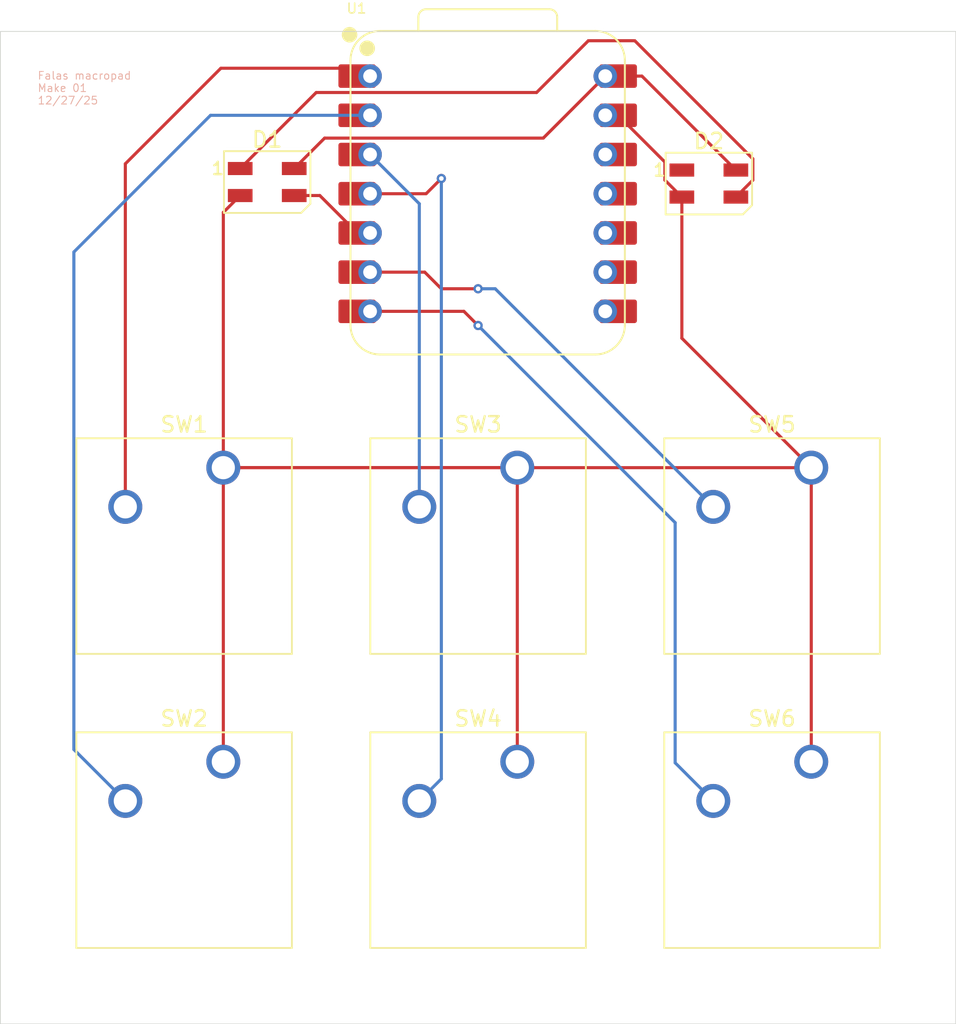
<source format=kicad_pcb>
(kicad_pcb (version 20241229) (generator "pcbnew") (generator_version "9.0")
  (layers (0 "F.Cu" signal) (2 "B.Cu" signal) (13 "F.Paste" user) (15 "B.Paste" user) (5 "F.SilkS" user "F.Silkscreen") (7 "B.SilkS" user "B.Silkscreen") (1 "F.Mask" user) (3 "B.Mask" user) (25 "Edge.Cuts" user))
  (net 0 "")
  (net 1 "Net-(D1-DIN)")
  (net 2 "+5V")
  (net 3 "GND")
  (net 4 "Net-(D1-DOUT)")
  (net 6 "Net-(U1-GPIO26{slash}ADC0{slash}A0)")
  (net 7 "Net-(U1-GPIO27{slash}ADC1{slash}A1)")
  (net 8 "Net-(U1-GPIO28{slash}ADC2{slash}A2)")
  (net 9 "Net-(U1-GPIO29{slash}ADC3{slash}A3)")
  (net 10 "Net-(U1-GPIO7{slash}SCL)")
  (net 11 "Net-(U1-GPIO0{slash}TX)")
  (footprint "LED_SMD:LED_SK6812MINI_PLCC4_3.5x3.5mm_P1.75mm" (layer "F.Cu") (at 153.06764 62.241215)
    (property "Reference" "D2" (at 0 -2.75 0) (layer "F.SilkS"))
    (property "Value" "SK6812MINI")
    (fp_line (start -2.8 -2) (end -2.8 2) (stroke (width 0.12)) (layer "F.SilkS"))
    (fp_line (start -2.8 -2) (end 2.8 -2) (stroke (width 0.12)) (layer "F.SilkS"))
    (fp_line (start -2.8 2) (end 2.2 2) (stroke (width 0.12)) (layer "F.SilkS"))
    (fp_line (start 2.8 1.4) (end 2.2 2) (stroke (width 0.12)) (layer "F.SilkS"))
    (fp_line (start 2.8 1.4) (end 2.8 -2) (stroke (width 0.12)) (layer "F.SilkS"))
    (fp_text user "1" (at -3.2 -0.875 0) (layer "F.SilkS") (effects (font (size 0.8 0.8))))
    (pad "1" smd rect (at -1.75 -0.875) (size 1.6 0.85) (layers "F.Cu" "F.Mask" "F.Paste"))
    (pad "2" smd rect (at -1.75 0.875) (size 1.6 0.85) (layers "F.Cu" "F.Mask" "F.Paste") (net 3 "GND"))
    (pad "3" smd rect (at 1.75 0.875) (size 1.6 0.85) (layers "F.Cu" "F.Mask" "F.Paste") (net 4 "Net-(D1-DOUT)"))
    (pad "4" smd rect (at 1.75 -0.875) (size 1.6 0.85) (layers "F.Cu" "F.Mask" "F.Paste") (net 2 "+5V"))
  )
  (footprint "LED_SMD:LED_SK6812MINI_PLCC4_3.5x3.5mm_P1.75mm" (layer "F.Cu") (at 124.44602 62.141579)
    (property "Reference" "D1" (at 0 -2.75 0) (layer "F.SilkS"))
    (property "Value" "SK6812MINI")
    (fp_line (start -2.8 -2) (end -2.8 2) (stroke (width 0.12)) (layer "F.SilkS"))
    (fp_line (start -2.8 -2) (end 2.8 -2) (stroke (width 0.12)) (layer "F.SilkS"))
    (fp_line (start -2.8 2) (end 2.2 2) (stroke (width 0.12)) (layer "F.SilkS"))
    (fp_line (start 2.8 1.4) (end 2.2 2) (stroke (width 0.12)) (layer "F.SilkS"))
    (fp_line (start 2.8 1.4) (end 2.8 -2) (stroke (width 0.12)) (layer "F.SilkS"))
    (fp_text user "1" (at -3.2 -0.875 0) (layer "F.SilkS") (effects (font (size 0.8 0.8))))
    (pad "1" smd rect (at -1.75 -0.875) (size 1.6 0.85) (layers "F.Cu" "F.Mask" "F.Paste") (net 4 "Net-(D1-DOUT)"))
    (pad "2" smd rect (at -1.75 0.875) (size 1.6 0.85) (layers "F.Cu" "F.Mask" "F.Paste") (net 3 "GND"))
    (pad "3" smd rect (at 1.75 0.875) (size 1.6 0.85) (layers "F.Cu" "F.Mask" "F.Paste") (net 1 "Net-(D1-DIN)"))
    (pad "4" smd rect (at 1.75 -0.875) (size 1.6 0.85) (layers "F.Cu" "F.Mask" "F.Paste") (net 2 "+5V"))
  )
  (footprint "Button_Switch_Keyboard:SW_Cherry_MX_1.00u_PCB" (layer "F.Cu") (at 159.7025 99.695)
    (property "Reference" "SW6" (at -2.54 -2.794 0) (layer "F.SilkS"))
    (property "Value" "SW_Push")
    (fp_line (start -9.525 -1.905) (end 4.445 -1.905) (stroke (width 0.12)) (layer "F.SilkS"))
    (fp_line (start -9.525 12.065) (end -9.525 -1.905) (stroke (width 0.12)) (layer "F.SilkS"))
    (fp_line (start 4.445 -1.905) (end 4.445 12.065) (stroke (width 0.12)) (layer "F.SilkS"))
    (fp_line (start 4.445 12.065) (end -9.525 12.065) (stroke (width 0.12)) (layer "F.SilkS"))
    (pad "" np_thru_hole circle (at -7.62 5.08) (size 1.7 1.7) (drill 1.7) (layers "*.Cu" "*.Mask"))
    (pad "" np_thru_hole circle (at -2.54 5.08) (size 4 4) (drill 4) (layers "*.Cu" "*.Mask"))
    (pad "" np_thru_hole circle (at 2.54 5.08) (size 1.7 1.7) (drill 1.7) (layers "*.Cu" "*.Mask"))
    (pad "1" thru_hole circle (at 0 0) (size 2.2 2.2) (drill 1.5) (layers "*.Cu" "*.Mask") (net 3 "GND"))
    (pad "2" thru_hole circle (at -6.35 2.54) (size 2.2 2.2) (drill 1.5) (layers "*.Cu" "*.Mask") (net 11 "Net-(U1-GPIO0{slash}TX)"))
  )
  (footprint "opl library:XIAO-RP2040-DIP" (layer "F.Cu") (at 138.73352 62.898851)
    (property "Reference" "U1" (at -8.5 -12 0) (layer "F.SilkS") (effects (font (size 0.635 0.635) (thickness 0.1016))))
    (property "Value" "XIAO-RP2040-DIP")
    (fp_line (start -8.89 8.509) (end -8.89 -8.636) (stroke (width 0.127)) (layer "F.SilkS"))
    (fp_line (start -6.985 10.414) (end 6.985 10.414) (stroke (width 0.127)) (layer "F.SilkS"))
    (fp_line (start -4.495 -10.541) (end -4.491272 -11.451272) (stroke (width 0.127)) (layer "F.SilkS"))
    (fp_line (start -3.991272 -11.951) (end 4.004 -11.951) (stroke (width 0.127)) (layer "F.SilkS"))
    (fp_line (start 4.504 -11.451) (end 4.504 -10.541) (stroke (width 0.127)) (layer "F.SilkS"))
    (fp_line (start 6.985 -10.541) (end -6.985 -10.541) (stroke (width 0.1)) (layer "F.SilkS"))
    (fp_line (start 6.985 -10.541) (end -6.985 -10.541) (stroke (width 0.127)) (layer "F.SilkS"))
    (fp_line (start 8.89 8.509) (end 8.89 -8.636) (stroke (width 0.127)) (layer "F.SilkS"))
    (fp_arc (start -8.89 -8.636) (mid -8.332038 -9.983038) (end -6.985 -10.541) (stroke (width 0.127)) (layer "F.SilkS"))
    (fp_arc (start -6.985 10.414) (mid -8.332038 9.856038) (end -8.89 8.509) (stroke (width 0.127)) (layer "F.SilkS"))
    (fp_arc (start -4.491272 -11.451272) (mid -4.344728 -11.80464) (end -3.991272 -11.951) (stroke (width 0.127)) (layer "F.SilkS"))
    (fp_arc (start 4.004 -11.951) (mid 4.357553 -11.804553) (end 4.504 -11.451) (stroke (width 0.127)) (layer "F.SilkS"))
    (fp_arc (start 6.985 -10.541) (mid 8.332038 -9.983038) (end 8.89 -8.636) (stroke (width 0.127)) (layer "F.SilkS"))
    (fp_arc (start 8.89 8.509) (mid 8.332038 9.856038) (end 6.985 10.414) (stroke (width 0.127)) (layer "F.SilkS"))
    (fp_circle (center -8.95 -10.3) (end -8.95 -10.554) (stroke (width 0.5)) (fill yes) (layer "F.SilkS"))
    (fp_circle (center -7.807 -9.42) (end -7.807 -9.674) (stroke (width 0.5)) (fill yes) (layer "F.SilkS"))
    (pad "1" smd roundrect (at -8.455 -7.62 180) (size 2.432 1.524) (layers "F.Cu" "F.Mask") (roundrect_rratio 0.1) (net 6 "Net-(U1-GPIO26{slash}ADC0{slash}A0)"))
    (pad "1" thru_hole circle (at -7.62 -7.62 180) (size 1.524 1.524) (drill 0.889) (layers "*.Cu" "*.Mask") (net 6 "Net-(U1-GPIO26{slash}ADC0{slash}A0)"))
    (pad "2" smd roundrect (at -8.455 -5.08 180) (size 2.432 1.524) (layers "F.Cu" "F.Mask") (roundrect_rratio 0.1) (net 7 "Net-(U1-GPIO27{slash}ADC1{slash}A1)"))
    (pad "2" thru_hole circle (at -7.62 -5.08 180) (size 1.524 1.524) (drill 0.889) (layers "*.Cu" "*.Mask") (net 7 "Net-(U1-GPIO27{slash}ADC1{slash}A1)"))
    (pad "3" smd roundrect (at -8.455 -2.54 180) (size 2.432 1.524) (layers "F.Cu" "F.Mask") (roundrect_rratio 0.1) (net 8 "Net-(U1-GPIO28{slash}ADC2{slash}A2)"))
    (pad "3" thru_hole circle (at -7.62 -2.54 180) (size 1.524 1.524) (drill 0.889) (layers "*.Cu" "*.Mask") (net 8 "Net-(U1-GPIO28{slash}ADC2{slash}A2)"))
    (pad "4" smd roundrect (at -8.455 0 180) (size 2.432 1.524) (layers "F.Cu" "F.Mask") (roundrect_rratio 0.1) (net 9 "Net-(U1-GPIO29{slash}ADC3{slash}A3)"))
    (pad "4" thru_hole circle (at -7.62 0 180) (size 1.524 1.524) (drill 0.889) (layers "*.Cu" "*.Mask") (net 9 "Net-(U1-GPIO29{slash}ADC3{slash}A3)"))
    (pad "5" smd roundrect (at -8.455 2.54 180) (size 2.432 1.524) (layers "F.Cu" "F.Mask") (roundrect_rratio 0.1) (net 1 "Net-(D1-DIN)"))
    (pad "5" thru_hole circle (at -7.62 2.54 180) (size 1.524 1.524) (drill 0.889) (layers "*.Cu" "*.Mask") (net 1 "Net-(D1-DIN)"))
    (pad "6" smd roundrect (at -8.455 5.08 180) (size 2.432 1.524) (layers "F.Cu" "F.Mask") (roundrect_rratio 0.1) (net 10 "Net-(U1-GPIO7{slash}SCL)"))
    (pad "6" thru_hole circle (at -7.62 5.08 180) (size 1.524 1.524) (drill 0.889) (layers "*.Cu" "*.Mask") (net 10 "Net-(U1-GPIO7{slash}SCL)"))
    (pad "7" smd roundrect (at -8.455 7.62 180) (size 2.432 1.524) (layers "F.Cu" "F.Mask") (roundrect_rratio 0.1) (net 11 "Net-(U1-GPIO0{slash}TX)"))
    (pad "7" thru_hole circle (at -7.62 7.62 180) (size 1.524 1.524) (drill 0.889) (layers "*.Cu" "*.Mask") (net 11 "Net-(U1-GPIO0{slash}TX)"))
    (pad "8" thru_hole circle (at 7.62 7.62) (size 1.524 1.524) (drill 0.889) (layers "*.Cu" "*.Mask"))
    (pad "8" smd roundrect (at 8.455 7.62) (size 2.432 1.524) (layers "F.Cu" "F.Mask") (roundrect_rratio 0.1))
    (pad "9" thru_hole circle (at 7.62 5.08) (size 1.524 1.524) (drill 0.889) (layers "*.Cu" "*.Mask"))
    (pad "9" smd roundrect (at 8.455 5.08) (size 2.432 1.524) (layers "F.Cu" "F.Mask") (roundrect_rratio 0.1))
    (pad "10" thru_hole circle (at 7.62 2.54) (size 1.524 1.524) (drill 0.889) (layers "*.Cu" "*.Mask"))
    (pad "10" smd roundrect (at 8.455 2.54) (size 2.432 1.524) (layers "F.Cu" "F.Mask") (roundrect_rratio 0.1))
    (pad "11" thru_hole circle (at 7.62 0) (size 1.524 1.524) (drill 0.889) (layers "*.Cu" "*.Mask"))
    (pad "11" smd roundrect (at 8.455 0) (size 2.432 1.524) (layers "F.Cu" "F.Mask") (roundrect_rratio 0.1))
    (pad "12" thru_hole circle (at 7.62 -2.54) (size 1.524 1.524) (drill 0.889) (layers "*.Cu" "*.Mask"))
    (pad "12" smd roundrect (at 8.455 -2.54) (size 2.432 1.524) (layers "F.Cu" "F.Mask") (roundrect_rratio 0.1))
    (pad "13" thru_hole circle (at 7.62 -5.08) (size 1.524 1.524) (drill 0.889) (layers "*.Cu" "*.Mask") (net 3 "GND"))
    (pad "13" smd roundrect (at 8.455 -5.08) (size 2.432 1.524) (layers "F.Cu" "F.Mask") (roundrect_rratio 0.1) (net 3 "GND"))
    (pad "14" thru_hole circle (at 7.62 -7.62) (size 1.524 1.524) (drill 0.889) (layers "*.Cu" "*.Mask") (net 2 "+5V"))
    (pad "14" smd roundrect (at 8.455 -7.62) (size 2.432 1.524) (layers "F.Cu" "F.Mask") (roundrect_rratio 0.1) (net 2 "+5V"))
  )
  (footprint "Button_Switch_Keyboard:SW_Cherry_MX_1.00u_PCB" (layer "F.Cu") (at 121.6025 80.645)
    (property "Reference" "SW1" (at -2.54 -2.794 0) (layer "F.SilkS"))
    (property "Value" "SW_Push")
    (fp_line (start -9.525 -1.905) (end 4.445 -1.905) (stroke (width 0.12)) (layer "F.SilkS"))
    (fp_line (start -9.525 12.065) (end -9.525 -1.905) (stroke (width 0.12)) (layer "F.SilkS"))
    (fp_line (start 4.445 -1.905) (end 4.445 12.065) (stroke (width 0.12)) (layer "F.SilkS"))
    (fp_line (start 4.445 12.065) (end -9.525 12.065) (stroke (width 0.12)) (layer "F.SilkS"))
    (pad "" np_thru_hole circle (at -7.62 5.08) (size 1.7 1.7) (drill 1.7) (layers "*.Cu" "*.Mask"))
    (pad "" np_thru_hole circle (at -2.54 5.08) (size 4 4) (drill 4) (layers "*.Cu" "*.Mask"))
    (pad "" np_thru_hole circle (at 2.54 5.08) (size 1.7 1.7) (drill 1.7) (layers "*.Cu" "*.Mask"))
    (pad "1" thru_hole circle (at 0 0) (size 2.2 2.2) (drill 1.5) (layers "*.Cu" "*.Mask") (net 3 "GND"))
    (pad "2" thru_hole circle (at -6.35 2.54) (size 2.2 2.2) (drill 1.5) (layers "*.Cu" "*.Mask") (net 6 "Net-(U1-GPIO26{slash}ADC0{slash}A0)"))
  )
  (footprint "Button_Switch_Keyboard:SW_Cherry_MX_1.00u_PCB" (layer "F.Cu") (at 140.6525 99.695)
    (property "Reference" "SW4" (at -2.54 -2.794 0) (layer "F.SilkS"))
    (property "Value" "SW_Push")
    (fp_line (start -9.525 -1.905) (end 4.445 -1.905) (stroke (width 0.12)) (layer "F.SilkS"))
    (fp_line (start -9.525 12.065) (end -9.525 -1.905) (stroke (width 0.12)) (layer "F.SilkS"))
    (fp_line (start 4.445 -1.905) (end 4.445 12.065) (stroke (width 0.12)) (layer "F.SilkS"))
    (fp_line (start 4.445 12.065) (end -9.525 12.065) (stroke (width 0.12)) (layer "F.SilkS"))
    (pad "" np_thru_hole circle (at -7.62 5.08) (size 1.7 1.7) (drill 1.7) (layers "*.Cu" "*.Mask"))
    (pad "" np_thru_hole circle (at -2.54 5.08) (size 4 4) (drill 4) (layers "*.Cu" "*.Mask"))
    (pad "" np_thru_hole circle (at 2.54 5.08) (size 1.7 1.7) (drill 1.7) (layers "*.Cu" "*.Mask"))
    (pad "1" thru_hole circle (at 0 0) (size 2.2 2.2) (drill 1.5) (layers "*.Cu" "*.Mask") (net 3 "GND"))
    (pad "2" thru_hole circle (at -6.35 2.54) (size 2.2 2.2) (drill 1.5) (layers "*.Cu" "*.Mask") (net 9 "Net-(U1-GPIO29{slash}ADC3{slash}A3)"))
  )
  (footprint "Button_Switch_Keyboard:SW_Cherry_MX_1.00u_PCB" (layer "F.Cu") (at 140.6525 80.645)
    (property "Reference" "SW3" (at -2.54 -2.794 0) (layer "F.SilkS"))
    (property "Value" "SW_Push")
    (fp_line (start -9.525 -1.905) (end 4.445 -1.905) (stroke (width 0.12)) (layer "F.SilkS"))
    (fp_line (start -9.525 12.065) (end -9.525 -1.905) (stroke (width 0.12)) (layer "F.SilkS"))
    (fp_line (start 4.445 -1.905) (end 4.445 12.065) (stroke (width 0.12)) (layer "F.SilkS"))
    (fp_line (start 4.445 12.065) (end -9.525 12.065) (stroke (width 0.12)) (layer "F.SilkS"))
    (pad "" np_thru_hole circle (at -7.62 5.08) (size 1.7 1.7) (drill 1.7) (layers "*.Cu" "*.Mask"))
    (pad "" np_thru_hole circle (at -2.54 5.08) (size 4 4) (drill 4) (layers "*.Cu" "*.Mask"))
    (pad "" np_thru_hole circle (at 2.54 5.08) (size 1.7 1.7) (drill 1.7) (layers "*.Cu" "*.Mask"))
    (pad "1" thru_hole circle (at 0 0) (size 2.2 2.2) (drill 1.5) (layers "*.Cu" "*.Mask") (net 3 "GND"))
    (pad "2" thru_hole circle (at -6.35 2.54) (size 2.2 2.2) (drill 1.5) (layers "*.Cu" "*.Mask") (net 8 "Net-(U1-GPIO28{slash}ADC2{slash}A2)"))
  )
  (footprint "Button_Switch_Keyboard:SW_Cherry_MX_1.00u_PCB" (layer "F.Cu") (at 121.6025 99.695)
    (property "Reference" "SW2" (at -2.54 -2.794 0) (layer "F.SilkS"))
    (property "Value" "SW_Push")
    (fp_line (start -9.525 -1.905) (end 4.445 -1.905) (stroke (width 0.12)) (layer "F.SilkS"))
    (fp_line (start -9.525 12.065) (end -9.525 -1.905) (stroke (width 0.12)) (layer "F.SilkS"))
    (fp_line (start 4.445 -1.905) (end 4.445 12.065) (stroke (width 0.12)) (layer "F.SilkS"))
    (fp_line (start 4.445 12.065) (end -9.525 12.065) (stroke (width 0.12)) (layer "F.SilkS"))
    (pad "" np_thru_hole circle (at -7.62 5.08) (size 1.7 1.7) (drill 1.7) (layers "*.Cu" "*.Mask"))
    (pad "" np_thru_hole circle (at -2.54 5.08) (size 4 4) (drill 4) (layers "*.Cu" "*.Mask"))
    (pad "" np_thru_hole circle (at 2.54 5.08) (size 1.7 1.7) (drill 1.7) (layers "*.Cu" "*.Mask"))
    (pad "1" thru_hole circle (at 0 0) (size 2.2 2.2) (drill 1.5) (layers "*.Cu" "*.Mask") (net 3 "GND"))
    (pad "2" thru_hole circle (at -6.35 2.54) (size 2.2 2.2) (drill 1.5) (layers "*.Cu" "*.Mask") (net 7 "Net-(U1-GPIO27{slash}ADC1{slash}A1)"))
  )
  (footprint "Button_Switch_Keyboard:SW_Cherry_MX_1.00u_PCB" (layer "F.Cu") (at 159.7025 80.645)
    (property "Reference" "SW5" (at -2.54 -2.794 0) (layer "F.SilkS"))
    (property "Value" "SW_Push")
    (fp_line (start -9.525 -1.905) (end 4.445 -1.905) (stroke (width 0.12)) (layer "F.SilkS"))
    (fp_line (start -9.525 12.065) (end -9.525 -1.905) (stroke (width 0.12)) (layer "F.SilkS"))
    (fp_line (start 4.445 -1.905) (end 4.445 12.065) (stroke (width 0.12)) (layer "F.SilkS"))
    (fp_line (start 4.445 12.065) (end -9.525 12.065) (stroke (width 0.12)) (layer "F.SilkS"))
    (pad "" np_thru_hole circle (at -7.62 5.08) (size 1.7 1.7) (drill 1.7) (layers "*.Cu" "*.Mask"))
    (pad "" np_thru_hole circle (at -2.54 5.08) (size 4 4) (drill 4) (layers "*.Cu" "*.Mask"))
    (pad "" np_thru_hole circle (at 2.54 5.08) (size 1.7 1.7) (drill 1.7) (layers "*.Cu" "*.Mask"))
    (pad "1" thru_hole circle (at 0 0) (size 2.2 2.2) (drill 1.5) (layers "*.Cu" "*.Mask") (net 3 "GND"))
    (pad "2" thru_hole circle (at -6.35 2.54) (size 2.2 2.2) (drill 1.5) (layers "*.Cu" "*.Mask") (net 10 "Net-(U1-GPIO7{slash}SCL)"))
  )
  (gr_rect (start 107.15625 52.3875) (end 169.06875 116.68125) (stroke (width 0.05)) (fill no) (layer "Edge.Cuts"))
  (gr_text "Falas macropad\nMake 01\n12/27/25" (at 109.5375 57.15 0) (layer "B.SilkS") (effects (font (size 0.5 0.5) (thickness 0.0625)) (justify left bottom)))
  (segment (start 127.856248 63.016579) (end 130.27852 65.438851) (width 0.2) (layer "F.Cu") (net 1))
  (segment (start 126.19602 63.016579) (end 127.856248 63.016579) (width 0.2) (layer "F.Cu") (net 1))
  (segment (start 126.19602 61.266579) (end 128.166748 59.295851) (width 0.2) (layer "F.Cu") (net 2))
  (segment (start 147.18852 55.278851) (end 148.730276 55.278851) (width 0.2) (layer "F.Cu") (net 2))
  (segment (start 128.166748 59.295851) (end 142.33652 59.295851) (width 0.2) (layer "F.Cu") (net 2))
  (segment (start 142.33652 59.295851) (end 146.35352 55.278851) (width 0.2) (layer "F.Cu") (net 2))
  (segment (start 148.730276 55.278851) (end 154.81764 61.366215) (width 0.2) (layer "F.Cu") (net 2))
  (segment (start 159.7025 80.80375) (end 159.54375 80.9625) (width 0.2) (layer "F.Cu") (net 3))
  (segment (start 151.31764 72.26014) (end 151.31764 63.116215) (width 0.2) (layer "F.Cu") (net 3))
  (segment (start 121.6025 64.110099) (end 122.69602 63.016579) (width 0.2) (layer "F.Cu") (net 3))
  (segment (start 159.7025 99.695) (end 159.7025 80.645) (width 0.2) (layer "F.Cu") (net 3))
  (segment (start 140.6525 80.80375) (end 140.49375 80.9625) (width 0.2) (layer "F.Cu") (net 3))
  (segment (start 150.21664 62.015215) (end 151.31764 63.116215) (width 0.2) (layer "F.Cu") (net 3))
  (segment (start 121.6025 99.695) (end 121.6025 80.645) (width 0.2) (layer "F.Cu") (net 3))
  (segment (start 140.49375 80.9625) (end 140.6525 81.12125) (width 0.2) (layer "F.Cu") (net 3))
  (segment (start 159.7025 80.645) (end 159.7025 80.80375) (width 0.2) (layer "F.Cu") (net 3))
  (segment (start 121.6025 80.645) (end 159.7025 80.645) (width 0.2) (layer "F.Cu") (net 3))
  (segment (start 147.18852 57.818851) (end 150.21664 60.846971) (width 0.2) (layer "F.Cu") (net 3))
  (segment (start 121.6025 80.645) (end 140.6525 80.645) (width 0.2) (layer "F.Cu") (net 3))
  (segment (start 159.7025 80.645) (end 151.31764 72.26014) (width 0.2) (layer "F.Cu") (net 3))
  (segment (start 140.6525 80.645) (end 140.6525 80.80375) (width 0.2) (layer "F.Cu") (net 3))
  (segment (start 140.6525 81.12125) (end 140.6525 99.695) (width 0.2) (layer "F.Cu") (net 3))
  (segment (start 150.21664 60.846971) (end 150.21664 62.015215) (width 0.2) (layer "F.Cu") (net 3))
  (segment (start 121.6025 80.645) (end 121.6025 64.110099) (width 0.2) (layer "F.Cu") (net 3))
  (segment (start 127.620748 56.341851) (end 141.902899 56.341851) (width 0.2) (layer "F.Cu") (net 4))
  (segment (start 155.91864 62.015215) (end 154.81764 63.116215) (width 0.2) (layer "F.Cu") (net 4))
  (segment (start 148.266925 52.9885) (end 155.91864 60.640215) (width 0.2) (layer "F.Cu") (net 4))
  (segment (start 155.91864 60.640215) (end 155.91864 62.015215) (width 0.2) (layer "F.Cu") (net 4))
  (segment (start 122.69602 61.266579) (end 127.620748 56.341851) (width 0.2) (layer "F.Cu") (net 4))
  (segment (start 145.25625 52.9885) (end 148.266925 52.9885) (width 0.2) (layer "F.Cu") (net 4))
  (segment (start 141.902899 56.341851) (end 145.25625 52.9885) (width 0.2) (layer "F.Cu") (net 4))
  (segment (start 121.44375 54.76875) (end 129.768419 54.76875) (width 0.2) (layer "F.Cu") (net 6))
  (segment (start 129.768419 54.76875) (end 130.27852 55.278851) (width 0.2) (layer "F.Cu") (net 6))
  (segment (start 115.2525 60.96) (end 121.44375 54.76875) (width 0.2) (layer "F.Cu") (net 6))
  (segment (start 115.2525 83.185) (end 115.2525 60.96) (width 0.2) (layer "F.Cu") (net 6))
  (segment (start 111.91875 66.675) (end 120.774899 57.818851) (width 0.2) (layer "B.Cu") (net 7))
  (segment (start 120.774899 57.818851) (end 131.11352 57.818851) (width 0.2) (layer "B.Cu") (net 7))
  (segment (start 115.2525 102.235) (end 111.91875 98.90125) (width 0.2) (layer "B.Cu") (net 7))
  (segment (start 111.91875 98.90125) (end 111.91875 66.675) (width 0.2) (layer "B.Cu") (net 7))
  (segment (start 134.3025 83.185) (end 134.3025 63.547831) (width 0.2) (layer "B.Cu") (net 8))
  (segment (start 134.3025 63.547831) (end 131.11352 60.358851) (width 0.2) (layer "B.Cu") (net 8))
  (segment (start 134.744899 62.898851) (end 130.27852 62.898851) (width 0.2) (layer "F.Cu") (net 9))
  (segment (start 135.73125 61.9125) (end 134.744899 62.898851) (width 0.2) (layer "F.Cu") (net 9))
  (via (at 135.73125 61.9125) (size 0.6) (drill 0.3) (layers "F.Cu" "B.Cu") (net 9))
  (segment (start 134.3025 102.235) (end 135.73125 100.80625) (width 0.2) (layer "B.Cu") (net 9))
  (segment (start 135.73125 100.80625) (end 135.73125 61.9125) (width 0.2) (layer "B.Cu") (net 9))
  (segment (start 135.73125 69.05625) (end 134.653851 67.978851) (width 0.2) (layer "F.Cu") (net 10))
  (segment (start 134.653851 67.978851) (end 131.11352 67.978851) (width 0.2) (layer "F.Cu") (net 10))
  (segment (start 138.1125 69.05625) (end 135.73125 69.05625) (width 0.2) (layer "F.Cu") (net 10))
  (via (at 138.1125 69.05625) (size 0.6) (drill 0.3) (layers "F.Cu" "B.Cu") (net 10))
  (segment (start 139.22375 69.05625) (end 138.1125 69.05625) (width 0.2) (layer "B.Cu") (net 10))
  (segment (start 153.3525 83.185) (end 139.22375 69.05625) (width 0.2) (layer "B.Cu") (net 10))
  (segment (start 138.1125 71.4375) (end 137.193851 70.518851) (width 0.2) (layer "F.Cu") (net 11))
  (segment (start 137.193851 70.518851) (end 130.27852 70.518851) (width 0.2) (layer "F.Cu") (net 11))
  (via (at 138.1125 71.4375) (size 0.6) (drill 0.3) (layers "F.Cu" "B.Cu") (net 11))
  (segment (start 153.3525 102.235) (end 150.8815 99.764) (width 0.2) (layer "B.Cu") (net 11))
  (segment (start 150.8815 99.764) (end 150.8815 84.2065) (width 0.2) (layer "B.Cu") (net 11))
  (segment (start 150.8815 84.2065) (end 138.1125 71.4375) (width 0.2) (layer "B.Cu") (net 11))
)
</source>
